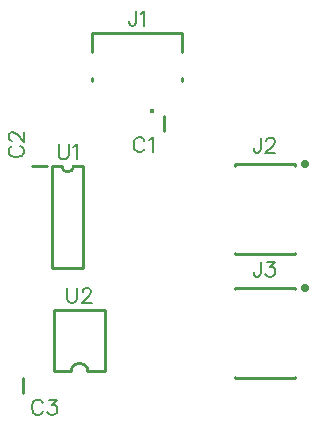
<source format=gbr>
G04 DipTrace 3.0.0.2*
G04 TopSilk.gbr*
%MOIN*%
G04 #@! TF.FileFunction,Legend,Top*
G04 #@! TF.Part,Single*
%ADD10C,0.009843*%
%ADD23C,0.015768*%
%ADD28C,0.027557*%
%ADD60C,0.00772*%
%FSLAX26Y26*%
G04*
G70*
G90*
G75*
G01*
G04 TopSilk*
%LPD*%
X1147860Y1432071D2*
D10*
Y1380929D1*
X756972Y1265239D2*
X705831D1*
X677739Y506028D2*
Y557169D1*
D23*
X1106502Y1447750D3*
X1204917Y1547354D2*
D10*
Y1556805D1*
Y1642635D2*
Y1707583D1*
X905720D1*
Y1642635D1*
Y1547354D2*
Y1556805D1*
D28*
X1617236Y1270966D3*
X1581399Y1265077D2*
D10*
Y1268992D1*
X1381404D1*
Y1265077D1*
X1581399Y969000D2*
X1381404D1*
X1581399D2*
Y972947D1*
X1381404Y969000D2*
Y972947D1*
D28*
X1617236Y858466D3*
X1581399Y852577D2*
D10*
Y856492D1*
X1381404D1*
Y852577D1*
X1581399Y556500D2*
X1381404D1*
X1581399D2*
Y560447D1*
X1381404Y556500D2*
Y560447D1*
X774111Y1263297D2*
Y924703D1*
X876487Y1263297D2*
Y924703D1*
X774111D2*
X876487D1*
X774111Y1263297D2*
X805605D1*
X844994D2*
X876487D1*
X805605D2*
G03X844994Y1263297I19694J-12D01*
G01*
X951268Y579139D2*
Y783861D1*
X778071Y579139D2*
Y783861D1*
X951268D2*
X778071D1*
X951268Y579139D2*
X892240D1*
X837098D2*
X778071D1*
X892240D2*
G03X837098Y579139I-27571J-15D01*
G01*
X1081202Y1348076D2*
D60*
X1078825Y1352829D1*
X1074016Y1357637D1*
X1069263Y1360014D1*
X1059702D1*
X1054893Y1357637D1*
X1050140Y1352829D1*
X1047708Y1348076D1*
X1045332Y1340890D1*
Y1328897D1*
X1047708Y1321767D1*
X1050140Y1316959D1*
X1054893Y1312206D1*
X1059702Y1309774D1*
X1069263D1*
X1074016Y1312206D1*
X1078825Y1316959D1*
X1081202Y1321767D1*
X1096641Y1350397D2*
X1101449Y1352829D1*
X1108634Y1359958D1*
Y1309774D1*
X640589Y1329584D2*
X635836Y1327208D1*
X631028Y1322399D1*
X628651Y1317646D1*
Y1308084D1*
X631028Y1303276D1*
X635836Y1298523D1*
X640589Y1296091D1*
X647774Y1293714D1*
X659768D1*
X666897Y1296091D1*
X671706Y1298523D1*
X676459Y1303276D1*
X678891Y1308084D1*
Y1317646D1*
X676459Y1322399D1*
X671706Y1327208D1*
X666898Y1329584D1*
X640644Y1347455D2*
X638268D1*
X633459Y1349832D1*
X631083Y1352209D1*
X628706Y1357017D1*
Y1366579D1*
X631083Y1371332D1*
X633459Y1373708D1*
X638268Y1376140D1*
X643021D1*
X647830Y1373708D1*
X654959Y1368955D1*
X678891Y1345023D1*
Y1378517D1*
X742084Y473174D2*
X739708Y477927D1*
X734899Y482736D1*
X730146Y485112D1*
X720584D1*
X715776Y482736D1*
X711023Y477927D1*
X708591Y473174D1*
X706214Y465989D1*
Y453995D1*
X708591Y446866D1*
X711023Y442057D1*
X715776Y437304D1*
X720584Y434872D1*
X730146D1*
X734899Y437304D1*
X739708Y442057D1*
X742084Y446866D1*
X762332Y485057D2*
X788585D1*
X774270Y465934D1*
X781455D1*
X786208Y463557D1*
X788585Y461180D1*
X791017Y453995D1*
Y449242D1*
X788585Y442057D1*
X783832Y437249D1*
X776647Y434872D1*
X769462D1*
X762332Y437249D1*
X759955Y439681D1*
X757523Y444434D1*
X1053568Y1780806D2*
Y1742559D1*
X1051192Y1735374D1*
X1048760Y1732998D1*
X1044007Y1730566D1*
X1039198D1*
X1034445Y1732998D1*
X1032069Y1735374D1*
X1029637Y1742559D1*
Y1747312D1*
X1069008Y1771189D2*
X1073816Y1773621D1*
X1081001Y1780750D1*
Y1730566D1*
X1468901Y1357971D2*
Y1319725D1*
X1466525Y1312540D1*
X1464093Y1310163D1*
X1459340Y1307731D1*
X1454531D1*
X1449778Y1310163D1*
X1447401Y1312540D1*
X1444969Y1319725D1*
Y1324478D1*
X1486772Y1345978D2*
Y1348354D1*
X1489149Y1353163D1*
X1491525Y1355539D1*
X1496334Y1357916D1*
X1505896D1*
X1510649Y1355539D1*
X1513025Y1353163D1*
X1515457Y1348354D1*
Y1343601D1*
X1513025Y1338793D1*
X1508272Y1331663D1*
X1484340Y1307731D1*
X1517834D1*
X1468901Y945471D2*
Y907225D1*
X1466525Y900040D1*
X1464093Y897663D1*
X1459340Y895231D1*
X1454531D1*
X1449778Y897663D1*
X1447401Y900040D1*
X1444969Y907225D1*
Y911978D1*
X1489149Y945416D2*
X1515402D1*
X1501087Y926293D1*
X1508272D1*
X1513025Y923916D1*
X1515402Y921539D1*
X1517834Y914354D1*
Y909601D1*
X1515402Y902416D1*
X1510649Y897608D1*
X1503464Y895231D1*
X1496279D1*
X1489149Y897608D1*
X1486772Y900040D1*
X1484340Y904793D1*
X794836Y1336520D2*
Y1300650D1*
X797213Y1293465D1*
X802021Y1288712D1*
X809206Y1286280D1*
X813959D1*
X821144Y1288712D1*
X825953Y1293465D1*
X828330Y1300650D1*
Y1336520D1*
X843769Y1326903D2*
X848577Y1329335D1*
X855762Y1336464D1*
Y1286280D1*
X823456Y857084D2*
Y821214D1*
X825833Y814029D1*
X830641Y809276D1*
X837826Y806844D1*
X842580D1*
X849765Y809276D1*
X854573Y814029D1*
X856950Y821214D1*
Y857084D1*
X874821Y845090D2*
Y847467D1*
X877197Y852276D1*
X879574Y854652D1*
X884382Y857029D1*
X893944D1*
X898697Y854652D1*
X901074Y852276D1*
X903506Y847467D1*
Y842714D1*
X901074Y837905D1*
X896321Y830776D1*
X872389Y806844D1*
X905882D1*
M02*

</source>
